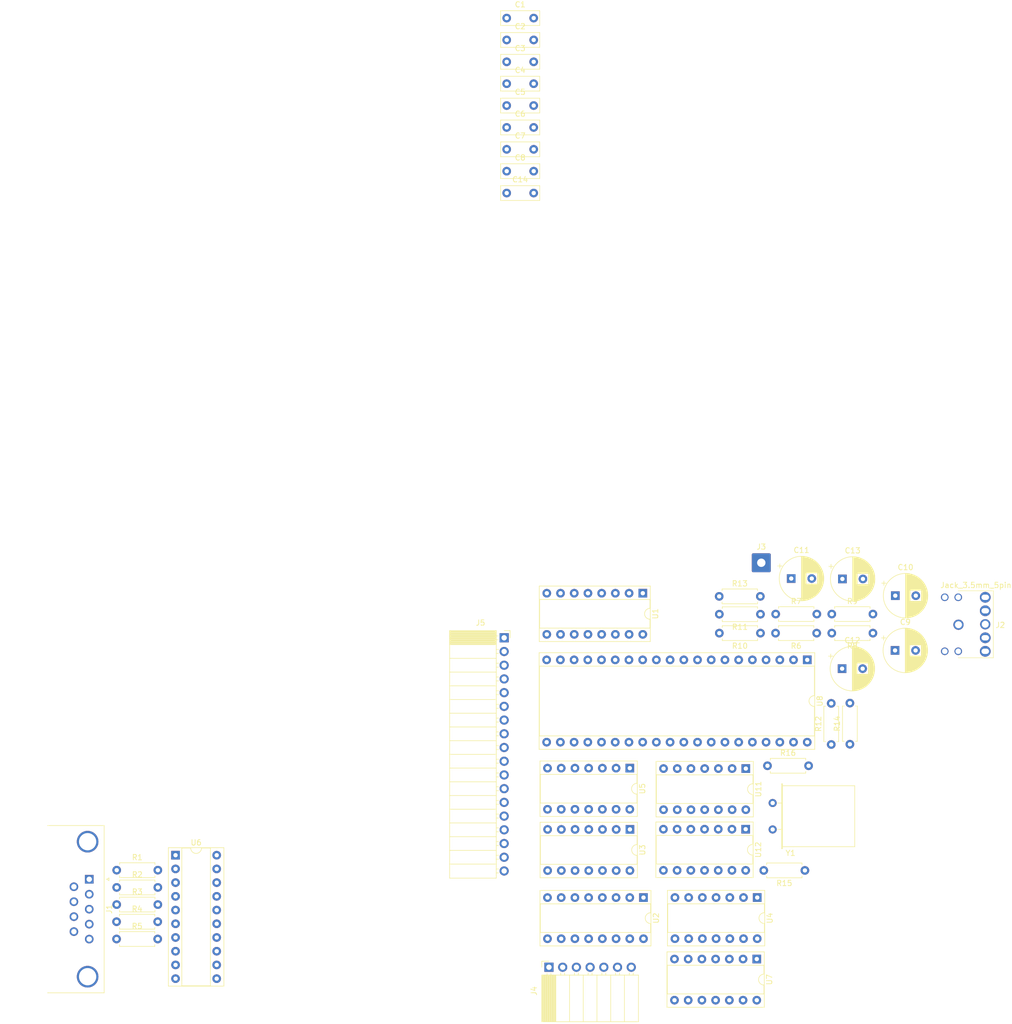
<source format=kicad_pcb>
(kicad_pcb (version 20221018) (generator pcbnew)
  (layers (0 "F.Cu" signal) (31 "B.Cu" signal) (34 "B.Paste" user) (35 "F.Paste" user) (36 "B.SilkS" user "B.Silkscreen") (37 "F.SilkS" user "F.Silkscreen") (38 "B.Mask" user) (39 "F.Mask" user) (44 "Edge.Cuts" user))
  (net 0 "")
  (net 1 "+5V")
  (net 2 "GND")
  (net 3 "Net-(C12-Pad2)")
  (net 4 "Net-(C9-Pad2)")
  (net 5 "Net-(C10-Pad1)")
  (net 6 "Net-(C10-Pad2)")
  (net 7 "Net-(J3-Pin_1)")
  (net 8 "Net-(C11-Pad2)")
  (net 9 "Net-(C12-Pad1)")
  (net 10 "Net-(C13-Pad1)")
  (net 11 "Net-(U6-D1)")
  (net 12 "Net-(U6-D0)")
  (net 13 "Net-(U6-D2)")
  (net 14 "Net-(U6-D3)")
  (net 15 "Net-(U6-D4)")
  (net 21 "CAS0")
  (net 22 "CAS1")
  (net 23 "ROM")
  (net 24 "CHSCR")
  (net 25 "A14`")
  (net 26 "A15`")
  (net 27 "D0")
  (net 28 "D1")
  (net 29 "D2")
  (net 30 "D3")
  (net 31 "D4")
  (net 32 "D5")
  (net 33 "D6")
  (net 34 "D7")
  (net 35 "A1")
  (net 36 "{slash}M1")
  (net 37 "{slash}RESET")
  (net 38 "A14")
  (net 39 "A15")
  (net 40 "A5")
  (net 41 "{slash}WR")
  (net 42 "{slash}RD")
  (net 43 "{slash}IORQ")
  (net 44 "Net-(U8-B)")
  (net 45 "Net-(U8-A)")
  (net 46 "Net-(U8-C)")
  (net 47 "Net-(R15-Pad1)")
  (net 48 "Net-(R15-Pad2)")
  (net 49 "Net-(U11A-C)")
  (net 50 "Net-(U1-Q0)")
  (net 51 "Net-(U1-Q1)")
  (net 52 "Net-(U1-Q2)")
  (net 53 "Net-(U1-Cp)")
  (net 54 "Net-(U1-Q5)")
  (net 55 "Net-(U2-S)")
  (net 56 "Net-(U2-I0c)")
  (net 57 "Net-(U3-Pad8)")
  (net 58 "Net-(U3-Pad9)")
  (net 59 "Net-(U3-Pad11)")
  (net 60 "Net-(U4-Pad10)")
  (net 61 "Net-(U4-Pad6)")
  (net 62 "Net-(U4-Pad12)")
  (net 63 "Net-(U8-BDIR)")
  (net 64 "Net-(U8-BC1)")
  (net 68 "Net-(U6-OE)")
  (net 69 "Net-(U7-Pad3)")
  (net 94 "Net-(U11A-Q)")
  (net 97 "Net-(U11A-D)")
  (footprint "Connector_PinSocket_2.54mm:PinSocket_1x07_P2.54mm_Horizontal" (layer "F.Cu") (at 173.1726 107.4362 90)
    (fp_text reference "J4" (at -4.38 -2.77 90) (layer "F.SilkS"))
    (fp_text value "Conn_01x07")
    (pad "1" thru_hole rect (at 0 0 90) (size 1.7 1.7) (drill 1) (layers "*.Cu" "*.Mask") (net 21 "CAS0"))
    (pad "2" thru_hole oval (at 0 2.54 90) (size 1.7 1.7) (drill 1) (layers "*.Cu" "*.Mask") (net 22 "CAS1"))
    (pad "3" thru_hole oval (at 0 5.08 90) (size 1.7 1.7) (drill 1) (layers "*.Cu" "*.Mask") (net 23 "ROM"))
    (pad "4" thru_hole oval (at 0 7.62 90) (size 1.7 1.7) (drill 1) (layers "*.Cu" "*.Mask") (net 24 "CHSCR"))
    (pad "5" thru_hole oval (at 0 10.16 90) (size 1.7 1.7) (drill 1) (layers "*.Cu" "*.Mask") (net 25 "A14`"))
    (pad "6" thru_hole oval (at 0 12.7 90) (size 1.7 1.7) (drill 1) (layers "*.Cu" "*.Mask") (net 26 "A15`"))
    (pad "7" thru_hole oval (at 0 15.24 90) (size 1.7 1.7) (drill 1) (layers "*.Cu" "*.Mask") (net 2 "GND"))
  )
  (footprint "Package_DIP:DIP-20_W7.62mm_Socket" (layer "F.Cu") (at 104.013 86.6902)
    (fp_text reference "U6" (at 3.81 -2.33) (layer "F.SilkS"))
    (fp_text value "74LS573")
    (pad "1" thru_hole rect (at 0 0) (size 1.6 1.6) (drill 0.8) (layers "*.Cu" "*.Mask") (net 68 "Net-(U6-OE)"))
    (pad "2" thru_hole oval (at 0 2.54) (size 1.6 1.6) (drill 0.8) (layers "*.Cu" "*.Mask") (net 12 "Net-(U6-D0)"))
    (pad "3" thru_hole oval (at 0 5.08) (size 1.6 1.6) (drill 0.8) (layers "*.Cu" "*.Mask") (net 11 "Net-(U6-D1)"))
    (pad "4" thru_hole oval (at 0 7.62) (size 1.6 1.6) (drill 0.8) (layers "*.Cu" "*.Mask") (net 13 "Net-(U6-D2)"))
    (pad "5" thru_hole oval (at 0 10.16) (size 1.6 1.6) (drill 0.8) (layers "*.Cu" "*.Mask") (net 14 "Net-(U6-D3)"))
    (pad "6" thru_hole oval (at 0 12.7) (size 1.6 1.6) (drill 0.8) (layers "*.Cu" "*.Mask") (net 15 "Net-(U6-D4)"))
    (pad "7" thru_hole oval (at 0 15.24) (size 1.6 1.6) (drill 0.8) (layers "*.Cu" "*.Mask") (net 2 "GND"))
    (pad "8" thru_hole oval (at 0 17.78) (size 1.6 1.6) (drill 0.8) (layers "*.Cu" "*.Mask") (net 2 "GND"))
    (pad "9" thru_hole oval (at 0 20.32) (size 1.6 1.6) (drill 0.8) (layers "*.Cu" "*.Mask") (net 2 "GND"))
    (pad "10" thru_hole oval (at 0 22.86) (size 1.6 1.6) (drill 0.8) (layers "*.Cu" "*.Mask") (net 2 "GND"))
    (pad "11" thru_hole oval (at 7.62 22.86) (size 1.6 1.6) (drill 0.8) (layers "*.Cu" "*.Mask") (net 1 "+5V"))
    (pad "12" thru_hole oval (at 7.62 20.32) (size 1.6 1.6) (drill 0.8) (layers "*.Cu" "*.Mask") (net 34 "D7"))
    (pad "13" thru_hole oval (at 7.62 17.78) (size 1.6 1.6) (drill 0.8) (layers "*.Cu" "*.Mask") (net 33 "D6"))
    (pad "14" thru_hole oval (at 7.62 15.24) (size 1.6 1.6) (drill 0.8) (layers "*.Cu" "*.Mask") (net 32 "D5"))
    (pad "15" thru_hole oval (at 7.62 12.7) (size 1.6 1.6) (drill 0.8) (layers "*.Cu" "*.Mask") (net 31 "D4"))
    (pad "16" thru_hole oval (at 7.62 10.16) (size 1.6 1.6) (drill 0.8) (layers "*.Cu" "*.Mask") (net 30 "D3"))
    (pad "17" thru_hole oval (at 7.62 7.62) (size 1.6 1.6) (drill 0.8) (layers "*.Cu" "*.Mask") (net 29 "D2"))
    (pad "18" thru_hole oval (at 7.62 5.08) (size 1.6 1.6) (drill 0.8) (layers "*.Cu" "*.Mask") (net 28 "D1"))
    (pad "19" thru_hole oval (at 7.62 2.54) (size 1.6 1.6) (drill 0.8) (layers "*.Cu" "*.Mask") (net 27 "D0"))
    (pad "20" thru_hole oval (at 7.62 0) (size 1.6 1.6) (drill 0.8) (layers "*.Cu" "*.Mask") (net 1 "+5V"))
  )
  (footprint "Resistor_THT:R_Axial_DIN0207_L6.3mm_D2.5mm_P7.62mm_Horizontal" (layer "F.Cu") (at 204.6986 38.7604)
    (fp_text reference "R13" (at 3.81 -2.37) (layer "F.SilkS"))
    (fp_text value "R")
    (pad "1" thru_hole circle (at 0 0) (size 1.6 1.6) (drill 0.8) (layers "*.Cu" "*.Mask") (net 45 "Net-(U8-A)"))
    (pad "2" thru_hole oval (at 7.62 0) (size 1.6 1.6) (drill 0.8) (layers "*.Cu" "*.Mask") (net 9 "Net-(C12-Pad1)"))
  )
  (footprint "Package_DIP:DIP-14_W7.62mm_Socket" (layer "F.Cu") (at 188.1632 81.915 -90)
    (fp_text reference "U3" (at 3.81 -2.33 90) (layer "F.SilkS"))
    (fp_text value "74LS00")
    (pad "1" thru_hole rect (at 0 0 270) (size 1.6 1.6) (drill 0.8) (layers "*.Cu" "*.Mask") (net 52 "Net-(U1-Q2)"))
    (pad "2" thru_hole oval (at 0 2.54 270) (size 1.6 1.6) (drill 0.8) (layers "*.Cu" "*.Mask") (net 52 "Net-(U1-Q2)"))
    (pad "3" thru_hole oval (at 0 5.08 270) (size 1.6 1.6) (drill 0.8) (layers "*.Cu" "*.Mask") (net 56 "Net-(U2-I0c)"))
    (pad "4" thru_hole oval (at 0 7.62 270) (size 1.6 1.6) (drill 0.8) (layers "*.Cu" "*.Mask") (net 38 "A14"))
    (pad "5" thru_hole oval (at 0 10.16 270) (size 1.6 1.6) (drill 0.8) (layers "*.Cu" "*.Mask") (net 39 "A15"))
    (pad "6" thru_hole oval (at 0 12.7 270) (size 1.6 1.6) (drill 0.8) (layers "*.Cu" "*.Mask") (net 55 "Net-(U2-S)"))
    (pad "7" thru_hole oval (at 0 15.24 270) (size 1.6 1.6) (drill 0.8) (layers "*.Cu" "*.Mask") (net 2 "GND"))
    (pad "8" thru_hole oval (at 7.62 15.24 270) (size 1.6 1.6) (drill 0.8) (layers "*.Cu" "*.Mask") (net 57 "Net-(U3-Pad8)"))
    (pad "9" thru_hole oval (at 7.62 12.7 270) (size 1.6 1.6) (drill 0.8) (layers "*.Cu" "*.Mask") (net 58 "Net-(U3-Pad9)"))
    (pad "10" thru_hole oval (at 7.62 10.16 270) (size 1.6 1.6) (drill 0.8) (layers "*.Cu" "*.Mask") (net 39 "A15"))
    (pad "11" thru_hole oval (at 7.62 7.62 270) (size 1.6 1.6) (drill 0.8) (layers "*.Cu" "*.Mask") (net 59 "Net-(U3-Pad11)"))
    (pad "12" thru_hole oval (at 7.62 5.08 270) (size 1.6 1.6) (drill 0.8) (layers "*.Cu" "*.Mask") (net 36 "{slash}M1"))
    (pad "13" thru_hole oval (at 7.62 2.54 270) (size 1.6 1.6) (drill 0.8) (layers "*.Cu" "*.Mask") (net 38 "A14"))
    (pad "14" thru_hole oval (at 7.62 0 270) (size 1.6 1.6) (drill 0.8) (layers "*.Cu" "*.Mask") (net 1 "+5V"))
  )
  (footprint "Capacitor_THT:CP_Radial_D8.0mm_P3.80mm" (layer "F.Cu") (at 227.467 52.1462)
    (fp_text reference "C12" (at 1.9 -5.25) (layer "F.SilkS"))
    (fp_text value "C_Polarized")
    (pad "1" thru_hole rect (at 0 0) (size 1.6 1.6) (drill 0.8) (layers "*.Cu" "*.Mask") (net 9 "Net-(C12-Pad1)"))
    (pad "2" thru_hole circle (at 3.8 0) (size 1.6 1.6) (drill 0.8) (layers "*.Cu" "*.Mask") (net 3 "Net-(C12-Pad2)"))
  )
  (footprint "Capacitor_THT:C_Disc_D7.0mm_W2.5mm_P5.00mm" (layer "F.Cu") (at 165.3432 -48.076)
    (fp_text reference "C6" (at 2.5 -2.5) (layer "F.SilkS"))
    (fp_text value "C")
    (pad "1" thru_hole circle (at 0 0) (size 1.6 1.6) (drill 0.8) (layers "*.Cu" "*.Mask") (net 1 "+5V"))
    (pad "2" thru_hole circle (at 5 0) (size 1.6 1.6) (drill 0.8) (layers "*.Cu" "*.Mask") (net 2 "GND"))
  )
  (footprint "Connector_Wire:SolderWire-0.75sqmm_1x01_D1.25mm_OD3.5mm" (layer "F.Cu") (at 212.4964 32.5374)
    (fp_text reference "J3" (at 0 -2.95) (layer "F.SilkS"))
    (fp_text value "Beep_R7")
    (pad "1" thru_hole roundrect (at 0 0) (size 3.5 3.5) (drill 1.55) (layers "*.Cu" "*.Mask") (roundrect_rratio 0.071429) (net 7 "Net-(J3-Pin_1)"))
  )
  (footprint "Resistor_THT:R_Axial_DIN0207_L6.3mm_D2.5mm_P7.62mm_Horizontal" (layer "F.Cu") (at 225.552 42.037)
    (fp_text reference "R9" (at 3.81 -2.37) (layer "F.SilkS"))
    (fp_text value "R")
    (pad "1" thru_hole circle (at 0 0) (size 1.6 1.6) (drill 0.8) (layers "*.Cu" "*.Mask") (net 8 "Net-(C11-Pad2)"))
    (pad "2" thru_hole oval (at 7.62 0) (size 1.6 1.6) (drill 0.8) (layers "*.Cu" "*.Mask") (net 5 "Net-(C10-Pad1)"))
  )
  (footprint "Capacitor_THT:C_Disc_D7.0mm_W2.5mm_P5.00mm" (layer "F.Cu") (at 165.3432 -52.126)
    (fp_text reference "C5" (at 2.5 -2.5) (layer "F.SilkS"))
    (fp_text value "C")
    (pad "1" thru_hole circle (at 0 0) (size 1.6 1.6) (drill 0.8) (layers "*.Cu" "*.Mask") (net 1 "+5V"))
    (pad "2" thru_hole circle (at 5 0) (size 1.6 1.6) (drill 0.8) (layers "*.Cu" "*.Mask") (net 2 "GND"))
  )
  (footprint "Resistor_THT:R_Axial_DIN0207_L6.3mm_D2.5mm_P7.62mm_Horizontal" (layer "F.Cu") (at 228.9048 66.1416 90)
    (fp_text reference "R14" (at 3.81 -2.37 90) (layer "F.SilkS"))
    (fp_text value "R")
    (pad "1" thru_hole circle (at 0 0 90) (size 1.6 1.6) (drill 0.8) (layers "*.Cu" "*.Mask") (net 46 "Net-(U8-C)"))
    (pad "2" thru_hole oval (at 7.62 0 90) (size 1.6 1.6) (drill 0.8) (layers "*.Cu" "*.Mask") (net 10 "Net-(C13-Pad1)"))
  )
  (footprint "Resistor_THT:R_Axial_DIN0207_L6.3mm_D2.5mm_P7.62mm_Horizontal" (layer "F.Cu") (at 222.758 45.5676 180)
    (fp_text reference "R6" (at 3.81 -2.37) (layer "F.SilkS"))
    (fp_text value "R")
    (pad "1" thru_hole circle (at 0 0 180) (size 1.6 1.6) (drill 0.8) (layers "*.Cu" "*.Mask") (net 9 "Net-(C12-Pad1)"))
    (pad "2" thru_hole oval (at 7.62 0 180) (size 1.6 1.6) (drill 0.8) (layers "*.Cu" "*.Mask") (net 44 "Net-(U8-B)"))
  )
  (footprint "Capacitor_THT:CP_Radial_D8.0mm_P3.80mm" (layer "F.Cu") (at 237.312949 38.6334)
    (fp_text reference "C10" (at 1.9 -5.25) (layer "F.SilkS"))
    (fp_text value "C_Polarized")
    (pad "1" thru_hole rect (at 0 0) (size 1.6 1.6) (drill 0.8) (layers "*.Cu" "*.Mask") (net 5 "Net-(C10-Pad1)"))
    (pad "2" thru_hole circle (at 3.8 0) (size 1.6 1.6) (drill 0.8) (layers "*.Cu" "*.Mask") (net 6 "Net-(C10-Pad2)"))
  )
  (footprint "Resistor_THT:R_Axial_DIN0207_L6.3mm_D2.5mm_P7.62mm_Horizontal" (layer "F.Cu") (at 220.5736 89.5096 180)
    (fp_text reference "R15" (at 3.81 -2.37) (layer "F.SilkS"))
    (fp_text value "330")
    (pad "1" thru_hole circle (at 0 0 180) (size 1.6 1.6) (drill 0.8) (layers "*.Cu" "*.Mask") (net 47 "Net-(R15-Pad1)"))
    (pad "2" thru_hole oval (at 7.62 0 180) (size 1.6 1.6) (drill 0.8) (layers "*.Cu" "*.Mask") (net 48 "Net-(R15-Pad2)"))
  )
  (footprint "Package_DIP:DIP-14_W7.62mm_Socket" (layer "F.Cu") (at 209.6058 81.8742 -90)
    (fp_text reference "U12" (at 3.81 -2.33 90) (layer "F.SilkS"))
    (fp_text value "74LS04")
    (pad "1" thru_hole rect (at 0 0 270) (size 1.6 1.6) (drill 0.8) (layers "*.Cu" "*.Mask") (net 47 "Net-(R15-Pad1)"))
    (pad "2" thru_hole oval (at 0 2.54 270) (size 1.6 1.6) (drill 0.8) (layers "*.Cu" "*.Mask") (net 48 "Net-(R15-Pad2)"))
    (pad "3" thru_hole oval (at 0 5.08 270) (size 1.6 1.6) (drill 0.8) (layers "*.Cu" "*.Mask") (net 48 "Net-(R15-Pad2)"))
    (pad "4" thru_hole oval (at 0 7.62 270) (size 1.6 1.6) (drill 0.8) (layers "*.Cu" "*.Mask") (net 49 "Net-(U11A-C)"))
    (pad "5" thru_hole oval (at 0 10.16 270) (size 1.6 1.6) (drill 0.8) (layers "*.Cu" "*.Mask"))
    (pad "6" thru_hole oval (at 0 12.7 270) (size 1.6 1.6) (drill 0.8) (layers "*.Cu" "*.Mask"))
    (pad "7" thru_hole oval (at 0 15.24 270) (size 1.6 1.6) (drill 0.8) (layers "*.Cu" "*.Mask") (net 2 "GND"))
    (pad "8" thru_hole oval (at 7.62 15.24 270) (size 1.6 1.6) (drill 0.8) (layers "*.Cu" "*.Mask"))
    (pad "9" thru_hole oval (at 7.62 12.7 270) (size 1.6 1.6) (drill 0.8) (layers "*.Cu" "*.Mask"))
    (pad "10" thru_hole oval (at 7.62 10.16 270) (size 1.6 1.6) (drill 0.8) (layers "*.Cu" "*.Mask"))
    (pad "11" thru_hole oval (at 7.62 7.62 270) (size 1.6 1.6) (drill 0.8) (layers "*.Cu" "*.Mask"))
    (pad "12" thru_hole oval (at 7.62 5.08 270) (size 1.6 1.6) (drill 0.8) (layers "*.Cu" "*.Mask"))
    (pad "13" thru_hole oval (at 7.62 2.54 270) (size 1.6 1.6) (drill 0.8) (layers "*.Cu" "*.Mask"))
    (pad "14" thru_hole oval (at 7.62 0 270) (size 1.6 1.6) (drill 0.8) (layers "*.Cu" "*.Mask") (net 1 "+5V"))
  )
  (footprint "Package_DIP:DIP-40_W15.24mm_Socket" (layer "F.Cu") (at 221.0054 50.5206 -90)
    (fp_text reference "U8" (at 7.62 -2.33 90) (layer "F.SilkS"))
    (fp_text value "AY-3-8910")
    (pad "1" thru_hole rect (at 0 0 270) (size 1.6 1.6) (drill 0.8) (layers "*.Cu" "*.Mask") (net 2 "GND"))
    (pad "2" thru_hole oval (at 0 2.54 270) (size 1.6 1.6) (drill 0.8) (layers "*.Cu" "*.Mask"))
    (pad "3" thru_hole oval (at 0 5.08 270) (size 1.6 1.6) (drill 0.8) (layers "*.Cu" "*.Mask") (net 44 "Net-(U8-B)"))
    (pad "4" thru_hole oval (at 0 7.62 270) (size 1.6 1.6) (drill 0.8) (layers "*.Cu" "*.Mask") (net 45 "Net-(U8-A)"))
    (pad "5" thru_hole oval (at 0 10.16 270) (size 1.6 1.6) (drill 0.8) (layers "*.Cu" "*.Mask"))
    (pad "6" thru_hole oval (at 0 12.7 270) (size 1.6 1.6) (drill 0.8) (layers "*.Cu" "*.Mask"))
    (pad "7" thru_hole oval (at 0 15.24 270) (size 1.6 1.6) (drill 0.8) (layers "*.Cu" "*.Mask"))
    (pad "8" thru_hole oval (at 0 17.78 270) (size 1.6 1.6) (drill 0.8) (layers "*.Cu" "*.Mask"))
    (pad "9" thru_hole oval (at 0 20.32 270) (size 1.6 1.6) (drill 0.8) (layers "*.Cu" "*.Mask"))
    (pad "10" thru_hole oval (at 0 22.86 270) (size 1.6 1.6) (drill 0.8) (layers "*.Cu" "*.Mask"))
    (pad "11" thru_hole oval (at 0 25.4 270) (size 1.6 1.6) (drill 0.8) (layers "*.Cu" "*.Mask"))
    (pad "12" thru_hole oval (at 0 27.94 270) (size 1.6 1.6) (drill 0.8) (layers "*.Cu" "*.Mask"))
    (pad "13" thru_hole oval (at 0 30.48 270) (size 1.6 1.6) (drill 0.8) (layers "*.Cu" "*.Mask"))
    (pad "14" thru_hole oval (at 0 33.02 270) (size 1.6 1.6) (drill 0.8) (layers "*.Cu" "*.Mask"))
    (pad "15" thru_hole oval (at 0 35.56 270) (size 1.6 1.6) (drill 0.8) (layers "*.Cu" "*.Mask"))
    (pad "16" thru_hole oval (at 0 38.1 270) (size 1.6 1.6) (drill 0.8) (layers "*.Cu" "*.Mask"))
    (pad "17" thru_hole oval (at 0 40.64 270) (size 1.6 1.6) (drill 0.8) (layers "*.Cu" "*.Mask"))
    (pad "18" thru_hole oval (at 0 43.18 270) (size 1.6 1.6) (drill 0.8) (layers "*.Cu" "*.Mask"))
    (pad "19" thru_hole oval (at 0 45.72 270) (size 1.6 1.6) (drill 0.8) (layers "*.Cu" "*.Mask"))
    (pad "20" thru_hole oval (at 0 48.26 270) (size 1.6 1.6) (drill 0.8) (layers "*.Cu" "*.Mask"))
    (pad "21" thru_hole oval (at 15.24 48.26 270) (size 1.6 1.6) (drill 0.8) (layers "*.Cu" "*.Mask"))
    (pad "22" thru_hole oval (at 15.24 45.72 270) (size 1.6 1.6) (drill 0.8) (layers "*.Cu" "*.Mask") (net 94 "Net-(U11A-Q)"))
    (pad "23" thru_hole oval (at 15.24 43.18 270) (size 1.6 1.6) (drill 0.8) (layers "*.Cu" "*.Mask") (net 37 "{slash}RESET"))
    (pad "24" thru_hole oval (at 15.24 40.64 270) (size 1.6 1.6) (drill 0.8) (layers "*.Cu" "*.Mask") (net 2 "GND"))
    (pad "25" thru_hole oval (at 15.24 38.1 270) (size 1.6 1.6) (drill 0.8) (layers "*.Cu" "*.Mask") (net 1 "+5V"))
    (pad "26" thru_hole oval (at 15.24 35.56 270) (size 1.6 1.6) (drill 0.8) (layers "*.Cu" "*.Mask"))
    (pad "27" thru_hole oval (at 15.24 33.02 270) (size 1.6 1.6) (drill 0.8) (layers "*.Cu" "*.Mask") (net 63 "Net-(U8-BDIR)"))
    (pad "28" thru_hole oval (at 15.24 30.48 270) (size 1.6 1.6) (drill 0.8) (layers "*.Cu" "*.Mask") (net 1 "+5V"))
    (pad "29" thru_hole oval (at 15.24 27.94 270) (size 1.6 1.6) (drill 0.8) (layers "*.Cu" "*.Mask") (net 64 "Net-(U8-BC1)"))
    (pad "30" thru_hole oval (at 15.24 25.4 270) (size 1.6 1.6) (drill 0.8) (layers "*.Cu" "*.Mask") (net 34 "D7"))
    (pad "31" thru_hole oval (at 15.24 22.86 270) (size 1.6 1.6) (drill 0.8) (layers "*.Cu" "*.Mask") (net 33 "D6"))
    (pad "32" thru_hole oval (at 15.24 20.32 270) (size 1.6 1.6) (drill 0.8) (layers "*.Cu" "*.Mask") (net 32 "D5"))
    (pad "33" thru_hole oval (at 15.24 17.78 270) (size 1.6 1.6) (drill 0.8) (layers "*.Cu" "*.Mask") (net 31 "D4"))
    (pad "34" thru_hole oval (at 15.24 15.24 270) (size 1.6 1.6) (drill 0.8) (layers "*.Cu" "*.Mask") (net 30 "D3"))
    (pad "35" thru_hole oval (at 15.24 12.7 270) (size 1.6 1.6) (drill 0.8) (layers "*.Cu" "*.Mask") (net 29 "D2"))
    (pad "36" thru_hole oval (at 15.24 10.16 270) (size 1.6 1.6) (drill 0.8) (layers "*.Cu" "*.Mask") (net 28 "D1"))
    (pad "37" thru_hole oval (at 15.24 7.62 270) (size 1.6 1.6) (drill 0.8) (layers "*.Cu" "*.Mask") (net 27 "D0"))
    (pad "38" thru_hole oval (at 15.24 5.08 270) (size 1.6 1.6) (drill 0.8) (layers "*.Cu" "*.Mask") (net 46 "Net-(U8-C)"))
    (pad "39" thru_hole oval (at 15.24 2.54 270) (size 1.6 1.6) (drill 0.8) (layers "*.Cu" "*.Mask"))
    (pad "40" thru_hole oval (at 15.24 0 270) (size 1.6 1.6) (drill 0.8) (layers "*.Cu" "*.Mask") (net 1 "+5V"))
  )
  (footprint "Capacitor_THT:C_Disc_D7.0mm_W2.5mm_P5.00mm" (layer "F.Cu") (at 165.3432 -68.326)
    (fp_text reference "C1" (at 2.5 -2.5) (layer "F.SilkS"))
    (fp_text value "C")
    (pad "1" thru_hole circle (at 0 0) (size 1.6 1.6) (drill 0.8) (layers "*.Cu" "*.Mask") (net 1 "+5V"))
    (pad "2" thru_hole circle (at 5 0) (size 1.6 1.6) (drill 0.8) (layers "*.Cu" "*.Mask") (net 2 "GND"))
  )
  (footprint "Capacitor_THT:C_Disc_D7.0mm_W2.5mm_P5.00mm" (layer "F.Cu") (at 165.3432 -44.026)
    (fp_text reference "C7" (at 2.5 -2.5) (layer "F.SilkS"))
    (fp_text value "C")
    (pad "1" thru_hole circle (at 0 0) (size 1.6 1.6) (drill 0.8) (layers "*.Cu" "*.Mask") (net 1 "+5V"))
    (pad "2" thru_hole circle (at 5 0) (size 1.6 1.6) (drill 0.8) (layers "*.Cu" "*.Mask") (net 2 "GND"))
  )
  (footprint "Resistor_THT:R_Axial_DIN0207_L6.3mm_D2.5mm_P7.62mm_Horizontal" (layer "F.Cu") (at 215.1634 42.037)
    (fp_text reference "R7" (at 3.81 -2.37) (layer "F.SilkS"))
    (fp_text value "R")
    (pad "1" thru_hole circle (at 0 0) (size 1.6 1.6) (drill 0.8) (layers "*.Cu" "*.Mask") (net 44 "Net-(U8-B)"))
    (pad "2" thru_hole oval (at 7.62 0) (size 1.6 1.6) (drill 0.8) (layers "*.Cu" "*.Mask") (net 10 "Net-(C13-Pad1)"))
  )
  (footprint "Resistor_THT:R_Axial_DIN0207_L6.3mm_D2.5mm_P7.62mm_Horizontal" (layer "F.Cu") (at 93.091 99.0092)
    (fp_text reference "R4" (at 3.81 -2.37) (layer "F.SilkS"))
    (fp_text value "R")
    (pad "1" thru_hole circle (at 0 0) (size 1.6 1.6) (drill 0.8) (layers "*.Cu" "*.Mask") (net 13 "Net-(U6-D2)"))
    (pad "2" thru_hole oval (at 7.62 0) (size 1.6 1.6) (drill 0.8) (layers "*.Cu" "*.Mask") (net 2 "GND"))
  )
  (footprint "Capacitor_THT:C_Disc_D7.0mm_W2.5mm_P5.00mm" (layer "F.Cu") (at 165.3432 -35.926)
    (fp_text reference "C14" (at 2.5 -2.5) (layer "F.SilkS"))
    (fp_text value "C")
    (pad "1" thru_hole circle (at 0 0) (size 1.6 1.6) (drill 0.8) (layers "*.Cu" "*.Mask") (net 1 "+5V"))
    (pad "2" thru_hole circle (at 5 0) (size 1.6 1.6) (drill 0.8) (layers "*.Cu" "*.Mask") (net 2 "GND"))
  )
  (footprint "Resistor_THT:R_Axial_DIN0207_L6.3mm_D2.5mm_P7.62mm_Horizontal" (layer "F.Cu") (at 212.344 42.0624 180)
    (fp_text reference "R11" (at 3.81 -2.37) (layer "F.SilkS"))
    (fp_text value "R")
    (pad "1" thru_hole circle (at 0 0 180) (size 1.6 1.6) (drill 0.8) (layers "*.Cu" "*.Mask") (net 44 "Net-(U8-B)"))
    (pad "2" thru_hole oval (at 7.62 0 180) (size 1.6 1.6) (drill 0.8) (layers "*.Cu" "*.Mask") (net 2 "GND"))
  )
  (footprint "Capacitor_THT:C_Disc_D7.0mm_W2.5mm_P5.00mm" (layer "F.Cu") (at 165.3432 -60.226)
    (fp_text reference "C3" (at 2.5 -2.5) (layer "F.SilkS"))
    (fp_text value "C")
    (pad "1" thru_hole circle (at 0 0) (size 1.6 1.6) (drill 0.8) (layers "*.Cu" "*.Mask") (net 1 "+5V"))
    (pad "2" thru_hole circle (at 5 0) (size 1.6 1.6) (drill 0.8) (layers "*.Cu" "*.Mask") (net 2 "GND"))
  )
  (footprint "Capacitor_THT:C_Disc_D7.0mm_W2.5mm_P5.00mm" (layer "F.Cu") (at 165.3432 -64.276)
    (fp_text reference "C2" (at 2.5 -2.5) (layer "F.SilkS"))
    (fp_text value "C")
    (pad "1" thru_hole circle (at 0 0) (size 1.6 1.6) (drill 0.8) (layers "*.Cu" "*.Mask") (net 1 "+5V"))
    (pad "2" thru_hole circle (at 5 0) (size 1.6 1.6) (drill 0.8) (layers "*.Cu" "*.Mask") (net 2 "GND"))
  )
  (footprint "Package_DIP:DIP-16_W7.62mm_Socket" (layer "F.Cu") (at 190.5508 38.1762 -90)
    (fp_text reference "U1" (at 3.81 -2.33 90) (layer "F.SilkS"))
    (fp_text value "74LS174")
    (pad "1" thru_hole rect (at 0 0 270) (size 1.6 1.6) (drill 0.8) (layers "*.Cu" "*.Mask") (net 37 "{slash}RESET"))
    (pad "2" thru_hole oval (at 0 2.54 270) (size 1.6 1.6) (drill 0.8) (layers "*.Cu" "*.Mask") (net 50 "Net-(U1-Q0)"))
    (pad "3" thru_hole oval (at 0 5.08 270) (size 1.6 1.6) (drill 0.8) (layers "*.Cu" "*.Mask") (net 27 "D0"))
    (pad "4" thru_hole oval (at 0 7.62 270) (size 1.6 1.6) (drill 0.8) (layers "*.Cu" "*.Mask") (net 28 "D1"))
    (pad "5" thru_hole oval (at 0 10.16 270) (size 1.6 1.6) (drill 0.8) (layers "*.Cu" "*.Mask") (net 51 "Net-(U1-Q1)"))
    (pad "6" thru_hole oval (at 0 12.7 270) (size 1.6 1.6) (drill 0.8) (layers "*.Cu" "*.Mask") (net 29 "D2"))
    (pad "7" thru_hole oval (at 0 15.24 270) (size 1.6 1.6) (drill 0.8) (layers "*.Cu" "*.Mask") (net 52 "Net-(U1-Q2)"))
    (pad "8" thru_hole oval (at 0 17.78 270) (size 1.6 1.6) (drill 0.8) (layers "*.Cu" "*.Mask") (net 2 "GND"))
    (pad "9" thru_hole oval (at 7.62 17.78 270) (size 1.6 1.6) (drill 0.8) (layers "*.Cu" "*.Mask") (net 53 "Net-(U1-Cp)"))
    (pad "10" thru_hole oval (at 7.62 15.24 270) (size 1.6 1.6) (drill 0.8) (layers "*.Cu" "*.Mask") (net 24 "CHSCR"))
    (pad "11" thru_hole oval (at 7.62 12.7 270) (size 1.6 1.6) (drill 0.8) (layers "*.Cu" "*.Mask") (net 30 "D3"))
    (pad "12" thru_hole oval (at 7.62 10.16 270) (size 1.6 1.6) (drill 0.8) (layers "*.Cu" "*.Mask") (net 23 "ROM"))
    (pad "13" thru_hole oval (at 7.62 7.62 270) (size 1.6 1.6) (drill 0.8) (layers "*.Cu" "*.Mask") (net 31 "D4"))
    (pad "14" thru_hole oval (at 7.62 5.08 270) (size 1.6 1.6) (drill 0.8) (layers "*.Cu" "*.Mask") (net 32 "D5"))
    (pad "15" thru_hole oval (at 7.62 2.54 270) (size 1.6 1.6) (drill 0.8) (layers "*.Cu" "*.Mask") (net 54 "Net-(U1-Q5)"))
    (pad "16" thru_hole oval (at 7.62 0 270) (size 1.6 1.6) (drill 0.8) (layers "*.Cu" "*.Mask") (net 1 "+5V"))
  )
  (footprint "Connector_Dsub:DSUB-9_Male_Horizontal_P2.77x2.84mm_EdgePinOffset4.94mm_Housed_MountingHolesOffset7.48mm" (layer "F.Cu") (at 88.029931 91.1478 -90)
    (fp_text reference "J1" (at 5.54 -3.7 90) (layer "F.SilkS"))
    (fp_text value "DE9_Plug")
    (pad "0" thru_hole circle (at -6.96 0.3 270) (size 4 4) (drill 3.2) (layers "*.Cu" "*.Mask"))
    (pad "0" thru_hole circle (at 18.04 0.3 270) (size 4 4) (drill 3.2) (layers "*.Cu" "*.Mask"))
    (pad "1" thru_hole rect (at 0 0 270) (size 1.6 1.6) (drill 1) (layers "*.Cu" "*.Mask") (net 1 "+5V"))
    (pad "2" thru_hole circle (at 2.77 0 270) (size 1.6 1.6) (drill 1) (layers "*.Cu" "*.Mask") (net 11 "Net-(U6-D1)"))
    (pad "3" thru_hole circle (at 5.54 0 270) (size 1.6 1.6) (drill 1) (layers "*.Cu" "*.Mask") (net 12 "Net-(U6-D0)"))
    (pad "4" thru_hole circle (at 8.31 0 270) (size 1.6 1.6) (drill 1) (layers "*.Cu" "*.Mask") (net 13 "Net-(U6-D2)"))
    (pad "5" thru_hole circle (at 11.08 0 270) (size 1.6 1.6) (drill 1) (layers "*.Cu" "*.Mask") (net 14 "Net-(U6-D3)"))
    (pad "6" thru_hole circle (at 1.385 2.84 270) (size 1.6 1.6) (drill 1) (layers "*.Cu" "*.Mask") (net 15 "Net-(U6-D4)"))
    (pad "7" thru_hole circle (at 4.155 2.84 270) (size 1.6 1.6) (drill 1) (layers "*.Cu" "*.Mask"))
    (pad "8" thru_hole circle (at 6.925 2.84 270) (size 1.6 1.6) (drill 1) (layers "*.Cu" "*.Mask"))
    (pad "9" thru_hole circle (at 9.695 2.84 270) (size 1.6 1.6) (drill 1) (layers "*.Cu" "*.Mask"))
  )
  (footprint "Capacitor_THT:C_Disc_D7.0mm_W2.5mm_P5.00mm" (layer "F.Cu") (at 165.3432 -39.976)
    (fp_text reference "C8" (at 2.5 -2.5) (layer "F.SilkS"))
    (fp_text value "C")
    (pad "1" thru_hole circle (at 0 0) (size 1.6 1.6) (drill 0.8) (layers "*.Cu" "*.Mask") (net 1 "+5V"))
    (pad "2" thru_hole circle (at 5 0) (size 1.6 1.6) (drill 0.8) (layers "*.Cu" "*.Mask") (net 2 "GND"))
  )
  (footprint "Package_DIP:DIP-14_W7.62mm_Socket" (layer "F.Cu") (at 188.1428 70.5712 -90)
    (fp_text reference "U5" (at 3.81 -2.33 90) (layer "F.SilkS"))
    (fp_text value "74LS02")
    (pad "1" thru_hole rect (at 0 0 270) (size 1.6 1.6) (drill 0.8) (layers "*.Cu" "*.Mask") (net 58 "Net-(U3-Pad9)"))
    (pad "2" thru_hole oval (at 0 2.54 270) (size 1.6 1.6) (drill 0.8) (layers "*.Cu" "*.Mask") (net 60 "Net-(U4-Pad10)"))
    (pad "3" thru_hole oval (at 0 5.08 270) (size 1.6 1.6) (drill 0.8) (layers "*.Cu" "*.Mask") (net 60 "Net-(U4-Pad10)"))
    (pad "4" thru_hole oval (at 0 7.62 270) (size 1.6 1.6) (drill 0.8) (layers "*.Cu" "*.Mask") (net 63 "Net-(U8-BDIR)"))
    (pad "5" thru_hole oval (at 0 10.16 270) (size 1.6 1.6) (drill 0.8) (layers "*.Cu" "*.Mask") (net 57 "Net-(U3-Pad8)"))
    (pad "6" thru_hole oval (at 0 12.7 270) (size 1.6 1.6) (drill 0.8) (layers "*.Cu" "*.Mask") (net 41 "{slash}WR"))
    (pad "7" thru_hole oval (at 0 15.24 270) (size 1.6 1.6) (drill 0.8) (layers "*.Cu" "*.Mask") (net 2 "GND"))
    (pad "8" thru_hole oval (at 7.62 15.24 270) (size 1.6 1.6) (drill 0.8) (layers "*.Cu" "*.Mask") (net 57 "Net-(U3-Pad8)"))
    (pad "9" thru_hole oval (at 7.62 12.7 270) (size 1.6 1.6) (drill 0.8) (layers "*.Cu" "*.Mask") (net 59 "Net-(U3-Pad11)"))
    (pad "10" thru_hole oval (at 7.62 10.16 270) (size 1.6 1.6) (drill 0.8) (layers "*.Cu" "*.Mask") (net 64 "Net-(U8-BC1)"))
    (pad "11" thru_hole oval (at 7.62 7.62 270) (size 1.6 1.6) (drill 0.8) (layers "*.Cu" "*.Mask"))
    (pad "12" thru_hole oval (at 7.62 5.08 270) (size 1.6 1.6) (drill 0.8) (layers "*.Cu" "*.Mask"))
    (pad "13" thru_hole oval (at 7.62 2.54 270) (size 1.6 1.6) (drill 0.8) (layers "*.Cu" "*.Mask"))
    (pad "14" thru_hole oval (at 7.62 0 270) (size 1.6 1.6) (drill 0.8) (layers "*.Cu" "*.Mask") (net 1 "+5V"))
  )
  (footprint "Capacitor_THT:CP_Radial_D8.0mm_P3.80mm" (layer "F.Cu") (at 237.2714 48.768)
    (fp_text reference "C9" (at 1.9 -5.25) (layer "F.SilkS"))
    (fp_text value "C_Polarized")
    (pad "1" thru_hole rect (at 0 0) (size 1.6 1.6) (drill 0.8) (layers "*.Cu" "*.Mask") (net 3 "Net-(C12-Pad2)"))
    (pad "2" thru_hole circle (at 3.8 0) (size 1.6 1.6) (drill 0.8) (layers "*.Cu" "*.Mask") (net 4 "Net-(C9-Pad2)"))
  )
  (footprint "Package_DIP:DIP-14_W7.62mm_Socket" (layer "F.Cu") (at 211.7426 94.5308 -90)
    (fp_text reference "U4" (at 3.81 -2.33 90) (layer "F.SilkS"))
    (fp_text value "74LS32")
    (pad "1" thru_hole rect (at 0 0 270) (size 1.6 1.6) (drill 0.8) (layers "*.Cu" "*.Mask") (net 43 "{slash}IORQ"))
    (pad "2" thru_hole oval (at 0 2.54 270) (size 1.6 1.6) (drill 0.8) (layers "*.Cu" "*.Mask") (net 35 "A1"))
    (pad "3" thru_hole oval (at 0 5.08 270) (size 1.6 1.6) (drill 0.8) (layers "*.Cu" "*.Mask") (net 60 "Net-(U4-Pad10)"))
    (pad "4" thru_hole oval (at 0 7.62 270) (size 1.6 1.6) (drill 0.8) (layers "*.Cu" "*.Mask") (net 41 "{slash}WR"))
    (pad "5" thru_hole oval (at 0 10.16 270) (size 1.6 1.6) (drill 0.8) (layers "*.Cu" "*.Mask") (net 39 "A15"))
    (pad "6" thru_hole oval (at 0 12.7 270) (size 1.6 1.6) (drill 0.8) (layers "*.Cu" "*.Mask") (net 61 "Net-(U4-Pad6)"))
    (pad "7" thru_hole oval (at 0 15.24 270) (size 1.6 1.6) (drill 0.8) (layers "*.Cu" "*.Mask") (net 2 "GND"))
    (pad "8" thru_hole oval (at 7.62 15.24 270) (size 1.6 1.6) (drill 0.8) (layers "*.Cu" "*.Mask") (net 62 "Net-(U4-Pad12)"))
    (pad "9" thru_hole oval (at 7.62 12.7 270) (size 1.6 1.6) (drill 0.8) (layers "*.Cu" "*.Mask") (net 61 "Net-(U4-Pad6)"))
    (pad "10" thru_hole oval (at 7.62 10.16 270) (size 1.6 1.6) (drill 0.8) (layers "*.Cu" "*.Mask") (net 60 "Net-(U4-Pad10)"))
    (pad "11" thru_hole oval (at 7.62 7.62 270) (size 1.6 1.6) (drill 0.8) (layers "*.Cu" "*.Mask") (net 53 "Net-(U1-Cp)"))
    (pad "12" thru_hole oval (at 7.62 5.08 270) (size 1.6 1.6) (drill 0.8) (layers "*.Cu" "*.Mask") (net 62 "Net-(U4-Pad12)"))
    (pad "13" thru_hole oval (at 7.62 2.54 270) (size 1.6 1.6) (drill 0.8) (layers "*.Cu" "*.Mask") (net 54 "Net-(U1-Q5)"))
    (pad "14" thru_hole oval (at 7.62 0 270) (size 1.6 1.6) (drill 0.8) (layers "*.Cu" "*.Mask") (net 1 "+5V"))
  )
  (footprint "Package_DIP:DIP-16_W7.62mm_Socket" (layer "F.Cu") (at 190.6778 94.5388 -90)
    (fp_text reference "U2" (at 3.81 -2.33 90) (layer "F.SilkS"))
    (fp_text value "74LS257")
    (pad "1" thru_hole rect (at 0 0 270) (size 1.6 1.6) (drill 0.8) (layers "*.Cu" "*.Mask") (net 55 "Net-(U2-S)"))
    (pad "2" thru_hole oval (at 0 2.54 270) (size 1.6 1.6) (drill 0.8) (layers "*.Cu" "*.Mask") (net 50 "Net-(U1-Q0)"))
    (pad "3" thru_hole oval (at 0 5.08 270) (size 1.6 1.6) (drill 0.8) (layers "*.Cu" "*.Mask") (net 38 "A14"))
    (pad "4" thru_hole oval (at 0 7.62 270) (size 1.6 1.6) (drill 0.8) (layers "*.Cu" "*.Mask") (net 25 "A14`"))
    (pad "5" thru_hole oval (at 0 10.16 270) (size 1.6 1.6) (drill 0.8) (layers "*.Cu" "*.Mask") (net 51 "Net-(U1-Q1)"))
    (pad "6" thru_hole oval (at 0 12.7 270) (size 1.6 1.6) (drill 0.8) (layers "*.Cu" "*.Mask") (net 39 "A15"))
    (pad "7" thru_hole oval (at 0 15.24 270) (size 1.6 1.6) (drill 0.8) (layers "*.Cu" "*.Mask") (net 26 "A15`"))
    (pad "8" thru_hole oval (at 0 17.78 270) (size 1.6 1.6) (drill 0.8) (layers "*.Cu" "*.Mask") (net 2 "GND"))
    (pad "9" thru_hole oval (at 7.62 17.78 270) (size 1.6 1.6) (drill 0.8) (layers "*.Cu" "*.Mask") (net 21 "CAS0"))
    (pad "10" thru_hole oval (at 7.62 15.24 270) (size 1.6 1.6) (drill 0.8) (layers "*.Cu" "*.Mask") (net 38 "A14"))
    (pad "11" thru_hole oval (at 7.62 12.7 270) (size 1.6 1.6) (drill 0.8) (layers "*.Cu" "*.Mask") (net 52 "Net-(U1-Q2)"))
    (pad "12" thru_hole oval (at 7.62 10.16 270) (size 1.6 1.6) (drill 0.8) (layers "*.Cu" "*.Mask") (net 22 "CAS1"))
    (pad "13" thru_hole oval (at 7.62 7.62 270) (size 1.6 1.6) (drill 0.8) (layers "*.Cu" "*.Mask") (net 39 "A15"))
    (pad "14" thru_hole oval (at 7.62 5.08 270) (size 1.6 1.6) (drill 0.8) (layers "*.Cu" "*.Mask") (net 56 "Net-(U2-I0c)"))
    (pad "15" thru_hole oval (at 7.62 2.54 270) (size 1.6 1.6) (drill 0.8) (layers "*.Cu" "*.Mask") (net 2 "GND"))
    (pad "16" thru_hole oval (at 7.62 0 270) (size 1.6 1.6) (drill 0.8) (layers "*.Cu" "*.Mask") (net 1 "+5V"))
  )
  (footprint "Capacitor_THT:C_Disc_D7.0mm_W2.5mm_P5.00mm" (layer "F.Cu") (at 165.3432 -56.176)
    (fp_text reference "C4" (at 2.5 -2.5) (layer "F.SilkS"))
    (fp_text value "C")
    (pad "1" thru_hole circle (at 0 0) (size 1.6 1.6) (drill 0.8) (layers "*.Cu" "*.Mask") (net 1 "+5V"))
    (pad "2" thru_hole circle (at 5 0) (size 1.6 1.6) (drill 0.8) (layers "*.Cu" "*.Mask") (net 2 "GND"))
  )
  (footprint "Capacitor_THT:CP_Radial_D8.0mm_P3.80mm" (layer "F.Cu") (at 218.0436 35.4584)
    (fp_text reference "C11" (at 1.9 -5.25) (layer "F.SilkS"))
    (fp_text value "C_Polarized")
    (pad "1" thru_hole rect (at 0 0) (size 1.6 1.6) (drill 0.8) (layers "*.Cu" "*.Mask") (net 7 "Net-(J3-Pin_1)"))
    (pad "2" thru_hole circle (at 3.8 0) (size 1.6 1.6) (drill 0.8) (layers "*.Cu" "*.Mask") (net 8 "Net-(C11-Pad2)"))
  )
  (footprint "Resistor_THT:R_Axial_DIN0207_L6.3mm_D2.5mm_P7.62mm_Horizontal" (layer "F.Cu") (at 93.1164 89.4588)
    (fp_text reference "R1" (at 3.81 -2.37) (layer "F.SilkS"))
    (fp_text value "R")
    (pad "1" thru_hole circle (at 0 0) (size 1.6 1.6) (drill 0.8) (layers "*.Cu" "*.Mask") (net 15 "Net-(U6-D4)"))
    (pad "2" thru_hole oval (at 7.62 0) (size 1.6 1.6) (drill 0.8) (layers "*.Cu" "*.Mask") (net 2 "GND"))
  )
  (footprint "Resistor_THT:R_Axial_DIN0207_L6.3mm_D2.5mm_P7.62mm_Horizontal" (layer "F.Cu") (at 93.1164 95.8342)
    (fp_text reference "R3" (at 3.81 -2.37) (layer "F.SilkS"))
    (fp_text value "R")
    (pad "1" thru_hole circle (at 0 0) (size 1.6 1.6) (drill 0.8) (layers "*.Cu" "*.Mask") (net 12 "Net-(U6-D0)"))
    (pad "2" thru_hole oval (at 7.62 0) (size 1.6 1.6) (drill 0.8) (layers "*.Cu" "*.Mask") (net 2 "GND"))
  )
  (footprint "Package_DIP:DIP-14_W7.62mm_Socket" (layer "F.Cu") (at 211.6582 105.918 -90)
    (fp_text reference "U7" (at 3.81 -2.33 90) (layer "F.SilkS"))
    (fp_text value "74LS32")
    (pad "1" thru_hole rect (at 0 0 270) (size 1.6 1.6) (drill 0.8) (layers "*.Cu" "*.Mask") (net 43 "{slash}IORQ"))
    (pad "2" thru_hole oval (at 0 2.54 270) (size 1.6 1.6) (drill 0.8) (layers "*.Cu" "*.Mask") (net 42 "{slash}RD"))
    (pad "3" thru_hole oval (at 0 5.08 270) (size 1.6 1.6) (drill 0.8) (layers "*.Cu" "*.Mask") (net 69 "Net-(U7-Pad3)"))
    (pad "4" thru_hole oval (at 0 7.62 270) (size 1.6 1.6) (drill 0.8) (layers "*.Cu" "*.Mask") (net 69 "Net-(U7-Pad3)"))
    (pad "5" thru_hole oval (at 0 10.16 270) (size 1.6 1.6) (drill 0.8) (layers "*.Cu" "*.Mask") (net 40 "A5"))
    (pad "6" thru_hole oval (at 0 12.7 270) (size 1.6 1.6) (drill 0.8) (layers "*.Cu" "*.Mask") (net 68 "Net-(U6-OE)"))
    (pad "7" thru_hole oval (at 0 15.24 270) (size 1.6 1.6) (drill 0.8) (layers "*.Cu" "*.Mask") (net 2 "GND"))
    (pad "8" thru_hole oval (at 7.62 15.24 270) (size 1.6 1.6) (drill 0.8) (layers "*.Cu" "*.Mask"))
    (pad "9" thru_hole oval (at 7.62 12.7 270) (size 1.6 1.6) (drill 0.8) (layers "*.Cu" "*.Mask"))
    (pad "10" thru_hole oval (at 7.62 10.16 270) (size 1.6 1.6) (drill 0.8) (layers "*.Cu" "*.Mask"))
    (pad "11" thru_hole oval (at 7.62 7.62 270) (size 1.6 1.6) (drill 0.8) (layers "*.Cu" "*.Mask"))
    (pad "12" thru_hole oval (at 7.62 5.08 270) (size 1.6 1.6) (drill 0.8) (layers "*.Cu" "*.Mask"))
    (pad "13" thru_hole oval (at 7.62 2.54 270) (size 1.6 1.6) (drill 0.8) (layers "*.Cu" "*.Mask"))
    (pad "14" thru_hole oval (at 7.62 0 270) (size 1.6 1.6) (drill 0.8) (layers "*.Cu" "*.Mask") (net 1 "+5V"))
  )
  (footprint "Connector_PinSocket_2.54mm:PinSocket_1x18_P2.54mm_Horizontal" (layer "F.Cu") (at 164.8714 46.4312)
    (fp_text reference "J5" (at -4.38 -2.77) (layer "F.SilkS"))
    (fp_text value "Conn_01x17")
    (pad "1" thru_hole rect (at 0 0) (size 1.7 1.7) (drill 1) (layers "*.Cu" "*.Mask") (net 27 "D0"))
    (pad "2" thru_hole oval (at 0 2.54) (size 1.7 1.7) (drill 1) (layers "*.Cu" "*.Mask") (net 28 "D1"))
    (pad "3" thru_hole oval (at 0 5.08) (size 1.7 1.7) (drill 1) (layers "*.Cu" "*.Mask") (net 29 "D2"))
    (pad "4" thru_hole oval (at 0 7.62) (size 1.7 1.7) (drill 1) (layers "*.Cu" "*.Mask") (net 30 "D3"))
    (pad "5" thru_hole oval (at 0 10.16) (size 1.7 1.7) (drill 1) (layers "*.Cu" "*.Mask") (net 31 "D4"))
    (pad "6" thru_hole oval (at 0 12.7) (size 1.7 1.7) (drill 1) (layers "*.Cu" "*.Mask") (net 32 "D5"))
    (pad "7" thru_hole oval (at 0 15.24) (size 1.7 1.7) (drill 1) (layers "*.Cu" "*.Mask") (net 33 "D6"))
    (pad "8" thru_hole oval (at 0 17.78) (size 1.7 1.7) (drill 1) (layers "*.Cu" "*.Mask") (net 34 "D7"))
    (pad "9" thru_hole oval (at 0 20.32) (size 1.7 1.7) (drill 1) (layers "*.Cu" "*.Mask") (net 35 "A1"))
    (pad "10" thru_hole oval (at 0 22.86) (size 1.7 1.7) (drill 1) (layers "*.Cu" "*.Mask") (net 36 "{slash}M1"))
    (pad "11" thru_hole oval (at 0 25.4) (size 1.7 1.7) (drill 1) (layers "*.Cu" "*.Mask") (net 37 "{slash}RESET"))
    (pad "12" thru_hole oval (at 0 27.94) (size 1.7 1.7) (drill 1) (layers "*.Cu" "*.Mask") (net 38 "A14"))
    (pad "13" thru_hole oval (at 0 30.48) (size 1.7 1.7) (drill 1) (layers "*.Cu" "*.Mask") (net 39 "A15"))
    (pad "14" thru_hole oval (at 0 33.02) (size 1.7 1.7) (drill 1) (layers "*.Cu" "*.Mask") (net 40 "A5"))
    (pad "15" thru_hole oval (at 0 35.56) (size 1.7 1.7) (drill 1) (layers "*.Cu" "*.Mask") (net 41 "{slash}WR"))
    (pad "16" thru_hole oval (at 0 38.1) (size 1.7 1.7) (drill 1) (layers "*.Cu" "*.Mask") (net 42 "{slash}RD"))
    (pad "17" thru_hole oval (at 0 40.64) (size 1.7 1.7) (drill 1) (layers "*.Cu" "*.Mask") (net 43 "{slash}IORQ"))
    (pad "18" thru_hole oval (at 0 43.18) (size 1.7 1.7) (drill 1) (layers "*.Cu" "*.Mask") (net 2 "GND"))
  )
  (footprint "Resistor_THT:R_Axial_DIN0207_L6.3mm_D2.5mm_P7.62mm_Horizontal" (layer "F.Cu") (at 93.091 102.2096)
    (fp_text reference "R5" (at 3.81 -2.37) (layer "F.SilkS"))
    (fp_text value "R")
    (pad "1" thru_hole circle (at 0 0) (size 1.6 1.6) (drill 0.8) (layers "*.Cu" "*.Mask") (net 14 "Net-(U6-D3)"))
    (pad "2" thru_hole oval (at 7.62 0) (size 1.6 1.6) (drill 0.8) (layers "*.Cu" "*.Mask") (net 2 "GND"))
  )
  (footprint "Package_DIP:DIP-14_W7.62mm_Socket" (layer "F.Cu") (at 209.6312 70.6474 -90)
    (fp_text reference "U11" (at 3.81 -2.33 90) (layer "F.SilkS"))
    (fp_text value "74LS74")
    (pad "1" thru_hole rect (at 0 0 270) (size 1.6 1.6) (drill 0.8) (layers "*.Cu" "*.Mask") (net 1 "+5V"))
    (pad "2" thru_hole oval (at 0 2.54 270) (size 1.6 1.6) (drill 0.8) (layers "*.Cu" "*.Mask") (net 97 "Net-(U11A-D)"))
    (pad "3" thru_hole oval (at 0 5.08 270) (size 1.6 1.6) (drill 0.8) (layers "*.Cu" "*.Mask") (net 49 "Net-(U11A-C)"))
    (pad "4" thru_hole oval (at 0 7.62 270) (size 1.6 1.6) (drill 0.8) (layers "*.Cu" "*.Mask") (net 1 "+5V"))
    (pad "5" thru_hole oval (at 0 10.16 270) (size 1.6 1.6) (drill 0.8) (layers "*.Cu" "*.Mask") (net 94 "Net-(U11A-Q)"))
    (pad "6" thru_hole oval (at 0 12.7 270) (size 1.6 1.6) (drill 0.8) (layers "*.Cu" "*.Mask") (net 97 "Net-(U11A-D)"))
    (pad "7" thru_hole oval (at 0 15.24 270) (size 1.6 1.6) (drill 0.8) (layers "*.Cu" "*.Mask") (net 2 "GND"))
    (pad "8" thru_hole oval (at 7.62 15.24 270) (size 1.6 1.6) (drill 0.8) (layers "*.Cu" "*.Mask"))
    (pad "9" thru_hole oval (at 7.62 12.7 270) (size 1.6 1.6) (drill 0.8) (layers "*.Cu" "*.Mask"))
    (pad "10" thru_hole oval (at 7.62 10.16 270) (size 1.6 1.6) (drill 0.8) (layers "*.Cu" "*.Mask"))
    (pad "11" thru_hole oval (at 7.62 7.62 270) (size 1.6 1.6) (drill 0.8) (layers "*.Cu" "*.Mask"))
    (pad "12" thru_hole oval (at 7.62 5.08 270) (size 1.6 1.6) (drill 0.8) (layers "*.Cu" "*.Mask"))
    (pad "13" thru_hole oval (at 7.62 2.54 270) (size 1.6 1.6) (drill 0.8) (layers "*.Cu" "*.Mask"))
    (pad "14" thru_hole oval (at 7.62 0 270) (size 1.6 1.6) (drill 0.8) (layers "*.Cu" "*.Mask") (net 1 "+5V"))
  )
  (footprint "Resistor_THT:R_Axial_DIN0207_L6.3mm_D2.5mm_P7.62mm_Horizontal" (layer "F.Cu") (at 212.344 45.5676 180)
    (fp_text reference "R10" (at 3.81 -2.37) (layer "F.SilkS"))
    (fp_text value "R")
    (pad "1" thru_hole circle (at 0 0 180) (size 1.6 1.6) (drill 0.8) (layers "*.Cu" "*.Mask") (net 45 "Net-(U8-A)"))
    (pad "2" thru_hole oval (at 7.62 0 180) (size 1.6 1.6) (drill 0.8) (layers "*.Cu" "*.Mask") (net 2 "GND"))
  )
  (footprint "48128:jack_5_pin_3f07_FINAL" (layer "F.Cu") (at 246.4746 38.9312)
    (fp_text reference "J2" (at 10.2964 5.1524 unlocked) (layer "F.SilkS"))
    (fp_text value "Jack_3.5mm_5pin" (at 5.7745 -2.2305 unlocked) (layer "F.SilkS"))
    (pad "" thru_hole circle (at 0 0) (size 1.4 1.4) (drill 1) (layers "*.Cu" "*.Mask"))
    (pad "" thru_hole circle (at 0 10) (size 1.4 1.4) (drill 1) (layers "*.Cu" "*.Mask"))
    (pad "" thru_hole circle (at 2.5 0) (size 1.4 1.4) (drill 1) (layers "*.Cu" "*.Mask"))
    (pad "" thru_hole circle (at 2.5 10) (size 1.4 1.4) (drill 1) (layers "*.Cu" "*.Mask"))
    (pad "" thru_hole circle (at 7.5 5) (size 1.9 1.9) (drill 1.3) (layers "*.Cu" "*.Mask"))
    (pad "1" thru_hole circle (at 2.54 5.08) (size 1.9 1.9) (drill 1.3) (layers "*.Cu" "*.Mask") (net 2 "GND"))
    (pad "2" thru_hole circle (at 7.5 0) (size 2 2) (drill oval 1.4 1) (layers "*.Cu" "*.Mask") (net 6 "Net-(C10-Pad2)"))
    (pad "3" thru_hole circle (at 7.5 2.5) (size 2 2) (drill oval 1.4 1) (layers "*.Cu" "*.Mask"))
    (pad "4" thru_hole circle (at 7.5 7.5) (size 2 2) (drill oval 1.4 1) (layers "*.Cu" "*.Mask"))
    (pad "5" thru_hole circle (at 7.5 10) (size 2 2) (drill oval 1.4 1) (layers "*.Cu" "*.Mask") (net 4 "Net-(C9-Pad2)"))
  )
  (footprint "Resistor_THT:R_Axial_DIN0207_L6.3mm_D2.5mm_P7.62mm_Horizontal" (layer "F.Cu") (at 225.4504 66.1924 90)
    (fp_text reference "R12" (at 3.81 -2.37 90) (layer "F.SilkS"))
    (fp_text value "R")
    (pad "1" thru_hole circle (at 0 0 90) (size 1.6 1.6) (drill 0.8) (layers "*.Cu" "*.Mask") (net 46 "Net-(U8-C)"))
    (pad "2" thru_hole oval (at 7.62 0 90) (size 1.6 1.6) (drill 0.8) (layers "*.Cu" "*.Mask") (net 2 "GND"))
  )
  (footprint "Capacitor_THT:CP_Radial_D8.0mm_P3.80mm" (layer "F.Cu") (at 227.5178 35.5346)
    (fp_text reference "C13" (at 1.9 -5.25) (layer "F.SilkS"))
    (fp_text value "C_Polarized")
    (pad "1" thru_hole rect (at 0 0) (size 1.6 1.6) (drill 0.8) (layers "*.Cu" "*.Mask") (net 10 "Net-(C13-Pad1)"))
    (pad "2" thru_hole circle (at 3.8 0) (size 1.6 1.6) (drill 0.8) (layers "*.Cu" "*.Mask") (net 5 "Net-(C10-Pad1)"))
  )
  (footprint "Resistor_THT:R_Axial_DIN0207_L6.3mm_D2.5mm_P7.62mm_Horizontal" (layer "F.Cu") (at 93.1164 92.6592)
    (fp_text reference "R2" (at 3.81 -2.37) (layer "F.SilkS"))
    (fp_text value "R")
    (pad "1" thru_hole circle (at 0 0) (size 1.6 1.6) (drill 0.8) (layers "*.Cu" "*.Mask") (net 11 "Net-(U6-D1)"))
    (pad "2" thru_hole oval (at 7.62 0) (size 1.6 1.6) (drill 0.8) (layers "*.Cu" "*.Mask") (net 2 "GND"))
  )
  (footprint "Resistor_THT:R_Axial_DIN0207_L6.3mm_D2.5mm_P7.62mm_Horizontal" (layer "F.Cu") (at 233.172 45.5676 180)
    (fp_text reference "R8" (at 3.81 -2.37) (layer "F.SilkS"))
    (fp_text value "R")
    (pad "1" thru_hole circle (at 0 0 180) (size 1.6 1.6) (drill 0.8) (layers "*.Cu" "*.Mask") (net 3 "Net-(C12-Pad2)"))
    (pad "2" thru_hole oval (at 7.62 0 180) (size 1.6 1.6) (drill 0.8) (layers "*.Cu" "*.Mask") (net 8 "Net-(C11-Pad2)"))
  )
  (footprint "Crystal:Crystal_HC49-U_Horizontal" (layer "F.Cu") (at 214.6 81.9266 90)
    (fp_text reference "Y1" (at -4.375 3.3125) (layer "F.SilkS"))
    (fp_text value "3.579545Mhz")
    (pad "1" thru_hole circle (at 0 0 90) (size 1.5 1.5) (drill 0.8) (layers "*.Cu" "*.Mask") (net 47 "Net-(R15-Pad1)"))
    (pad "2" thru_hole circle (at 4.9 0 90) (size 1.5 1.5) (drill 0.8) (layers "*.Cu" "*.Mask") (net 49 "Net-(U11A-C)"))
  )
  (footprint "Resistor_THT:R_Axial_DIN0207_L6.3mm_D2.5mm_P7.62mm_Horizontal" (layer "F.Cu") (at 213.6394 70.1294)
    (fp_text reference "R16" (at 3.81 -2.37) (layer "F.SilkS"))
    (fp_text value "330")
    (pad "1" thru_hole circle (at 0 0) (size 1.6 1.6) (drill 0.8) (layers "*.Cu" "*.Mask") (net 48 "Net-(R15-Pad2)"))
    (pad "2" thru_hole oval (at 7.62 0) (size 1.6 1.6) (drill 0.8) (layers "*.Cu" "*.Mask") (net 49 "Net-(U11A-C)"))
  )
)
</source>
